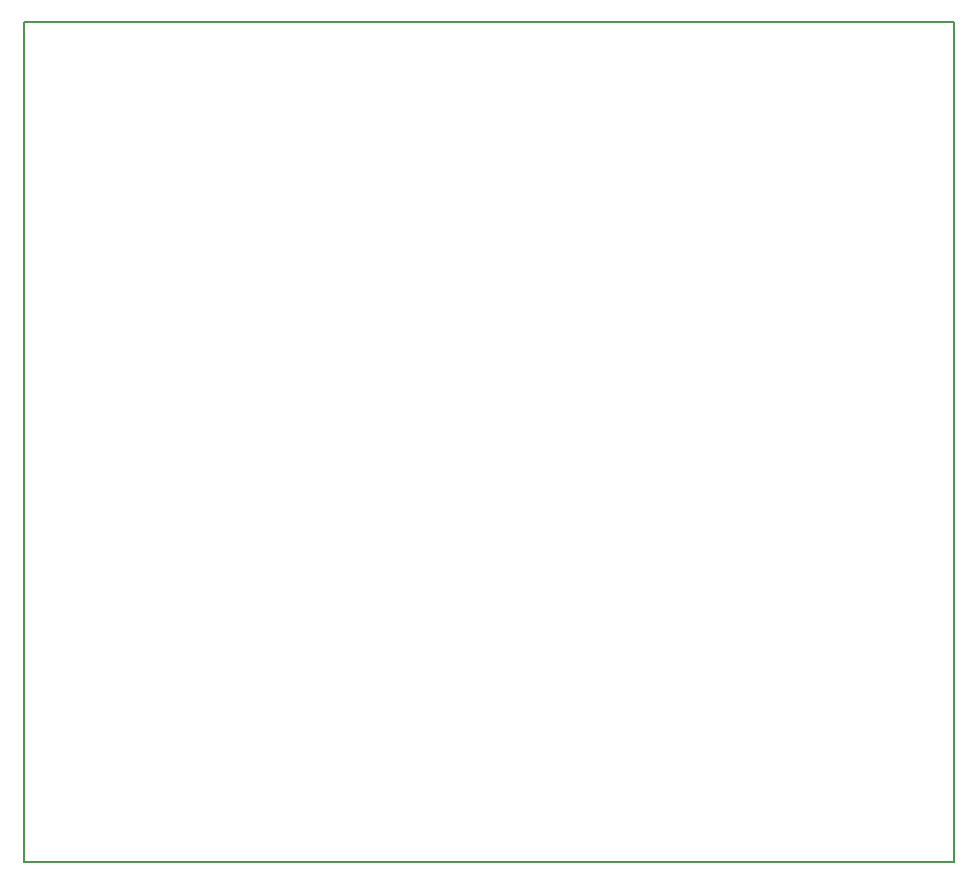
<source format=gbr>
G04 #@! TF.FileFunction,Profile,NP*
%FSLAX46Y46*%
G04 Gerber Fmt 4.6, Leading zero omitted, Abs format (unit mm)*
G04 Created by KiCad (PCBNEW 4.0.7) date 05/16/18 04:16:24*
%MOMM*%
%LPD*%
G01*
G04 APERTURE LIST*
%ADD10C,0.100000*%
%ADD11C,0.150000*%
G04 APERTURE END LIST*
D10*
D11*
X162560000Y-63500000D02*
X83820000Y-63500000D01*
X162560000Y-134620000D02*
X162560000Y-63500000D01*
X83820000Y-134620000D02*
X162560000Y-134620000D01*
X83820000Y-63500000D02*
X83820000Y-134620000D01*
M02*

</source>
